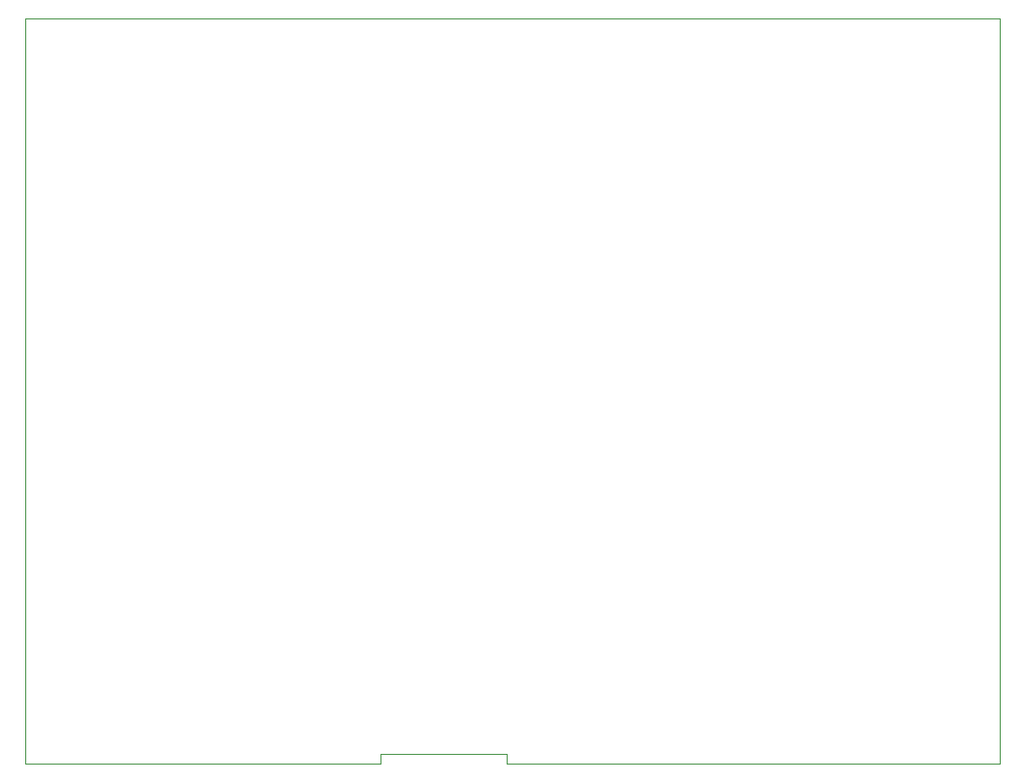
<source format=gbr>
%TF.GenerationSoftware,KiCad,Pcbnew,7.0.10*%
%TF.CreationDate,2024-03-26T13:41:38-05:00*%
%TF.ProjectId,ESP32,45535033-322e-46b6-9963-61645f706362,rev?*%
%TF.SameCoordinates,Original*%
%TF.FileFunction,Profile,NP*%
%FSLAX46Y46*%
G04 Gerber Fmt 4.6, Leading zero omitted, Abs format (unit mm)*
G04 Created by KiCad (PCBNEW 7.0.10) date 2024-03-26 13:41:38*
%MOMM*%
%LPD*%
G01*
G04 APERTURE LIST*
%TA.AperFunction,Profile*%
%ADD10C,0.100000*%
%TD*%
G04 APERTURE END LIST*
D10*
X164500000Y-133000000D02*
X121500000Y-133000000D01*
X79500000Y-68000000D02*
X79500000Y-133000000D01*
X110500000Y-132100000D02*
X110500000Y-133000000D01*
X164500000Y-68000000D02*
X79500000Y-68000000D01*
X121500000Y-133000000D02*
X121500000Y-132100000D01*
X110500000Y-133000000D02*
X79500000Y-133000000D01*
X110500000Y-132100000D02*
X121500000Y-132100000D01*
X164500000Y-68000000D02*
X164500000Y-133000000D01*
M02*

</source>
